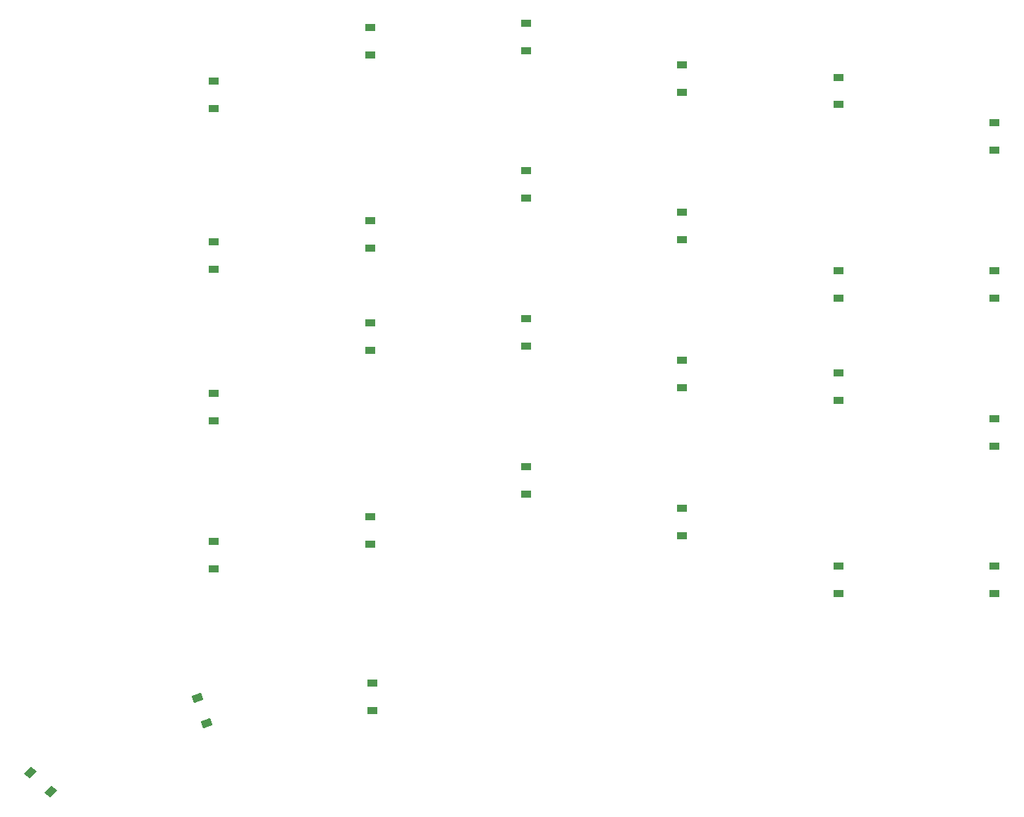
<source format=gbr>
%TF.GenerationSoftware,KiCad,Pcbnew,8.0.7*%
%TF.CreationDate,2024-12-27T12:50:11-06:00*%
%TF.ProjectId,right,72696768-742e-46b6-9963-61645f706362,v1.0.0*%
%TF.SameCoordinates,Original*%
%TF.FileFunction,Paste,Top*%
%TF.FilePolarity,Positive*%
%FSLAX46Y46*%
G04 Gerber Fmt 4.6, Leading zero omitted, Abs format (unit mm)*
G04 Created by KiCad (PCBNEW 8.0.7) date 2024-12-27 12:50:11*
%MOMM*%
%LPD*%
G01*
G04 APERTURE LIST*
G04 Aperture macros list*
%AMRotRect*
0 Rectangle, with rotation*
0 The origin of the aperture is its center*
0 $1 length*
0 $2 width*
0 $3 Rotation angle, in degrees counterclockwise*
0 Add horizontal line*
21,1,$1,$2,0,0,$3*%
G04 Aperture macros list end*
%ADD10R,1.200000X0.900000*%
%ADD11RotRect,0.900000X1.200000X290.000000*%
%ADD12RotRect,0.900000X1.200000X318.000000*%
G04 APERTURE END LIST*
D10*
%TO.C,D6*%
X376550000Y-116350000D03*
X376550000Y-119650000D03*
%TD*%
%TO.C,D21*%
X376550000Y-128600000D03*
X376550000Y-131900000D03*
%TD*%
%TO.C,D1*%
X395300000Y-151850000D03*
X395300000Y-155150000D03*
%TD*%
%TO.C,D17*%
X301550000Y-131100000D03*
X301550000Y-134400000D03*
%TD*%
%TO.C,D14*%
X320300000Y-145850000D03*
X320300000Y-149150000D03*
%TD*%
%TO.C,D13*%
X339050000Y-86600000D03*
X339050000Y-89900000D03*
%TD*%
%TO.C,D4*%
X395300000Y-98600000D03*
X395300000Y-101900000D03*
%TD*%
%TO.C,D7*%
X357800000Y-144850000D03*
X357800000Y-148150000D03*
%TD*%
%TO.C,D15*%
X320300000Y-110350000D03*
X320300000Y-113650000D03*
%TD*%
%TO.C,D5*%
X376550000Y-151850000D03*
X376550000Y-155150000D03*
%TD*%
%TO.C,D10*%
X357800000Y-91600000D03*
X357800000Y-94900000D03*
%TD*%
%TO.C,D24*%
X320300000Y-87100000D03*
X320300000Y-90400000D03*
%TD*%
%TO.C,D9*%
X357800000Y-109350000D03*
X357800000Y-112650000D03*
%TD*%
%TO.C,D22*%
X376550000Y-93100000D03*
X376550000Y-96400000D03*
%TD*%
%TO.C,D16*%
X301550000Y-148850000D03*
X301550000Y-152150000D03*
%TD*%
%TO.C,D8*%
X357800000Y-127100000D03*
X357800000Y-130400000D03*
%TD*%
D11*
%TO.C,D19*%
X299592770Y-167632177D03*
X300721436Y-170733163D03*
%TD*%
D10*
%TO.C,D2*%
X395300000Y-134100000D03*
X395300000Y-137400000D03*
%TD*%
D12*
%TO.C,D20*%
X279565447Y-176661485D03*
X282017825Y-178869617D03*
%TD*%
D10*
%TO.C,D11*%
X339050000Y-139850000D03*
X339050000Y-143150000D03*
%TD*%
%TO.C,D23*%
X320300000Y-122600000D03*
X320300000Y-125900000D03*
%TD*%
%TO.C,D27*%
X339050000Y-104350000D03*
X339050000Y-107650000D03*
%TD*%
%TO.C,D12*%
X339050000Y-122100000D03*
X339050000Y-125400000D03*
%TD*%
%TO.C,D26*%
X301550000Y-112850000D03*
X301550000Y-116150000D03*
%TD*%
%TO.C,D25*%
X301550000Y-93600000D03*
X301550000Y-96900000D03*
%TD*%
%TO.C,D3*%
X395300000Y-116350000D03*
X395300000Y-119650000D03*
%TD*%
%TO.C,D18*%
X320550000Y-165850000D03*
X320550000Y-169150000D03*
%TD*%
M02*

</source>
